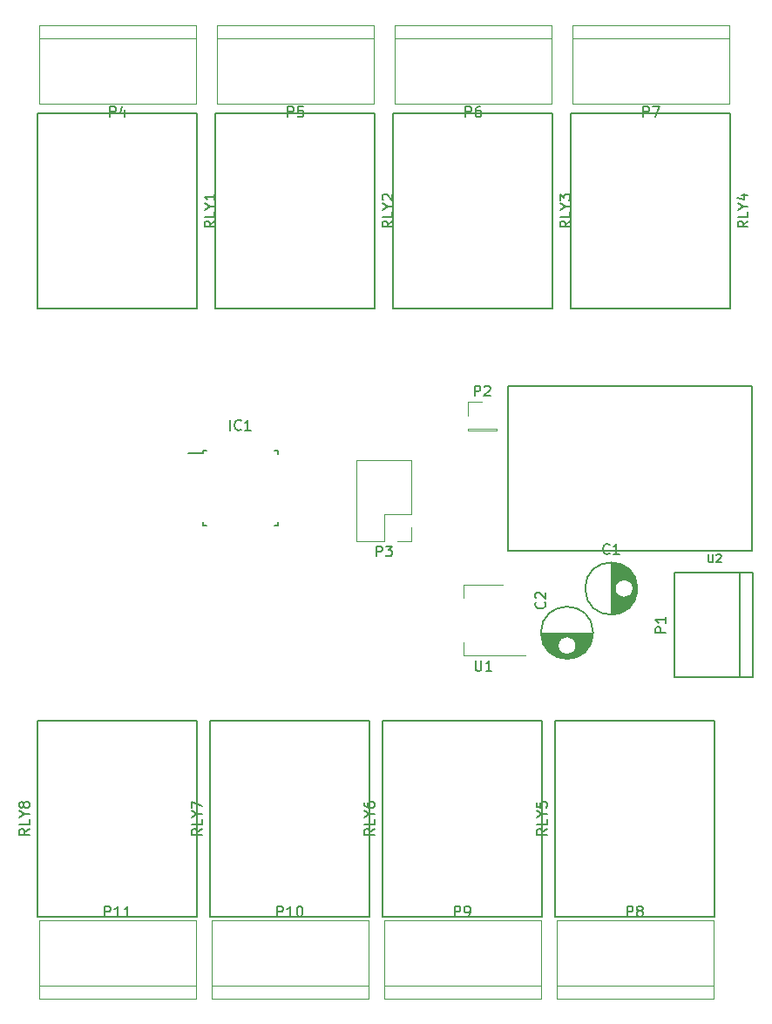
<source format=gto>
G04 #@! TF.FileFunction,Legend,Top*
%FSLAX45Y45*%
G04 Gerber Fmt 4.5, Leading zero omitted, Abs format (unit mm)*
G04 Created by KiCad (PCBNEW 4.0.5-e0-6337~49~ubuntu16.04.1) date Tue Jan 24 14:39:18 2017*
%MOMM*%
%LPD*%
G01*
G04 APERTURE LIST*
%ADD10C,0.100000*%
%ADD11C,0.150000*%
%ADD12C,0.120000*%
%ADD13C,0.160000*%
G04 APERTURE END LIST*
D10*
D11*
X14572700Y-9759400D02*
X14572700Y-9781900D01*
X15297700Y-9759400D02*
X15297700Y-9791900D01*
X15297700Y-10484400D02*
X15297700Y-10451900D01*
X14572700Y-10484400D02*
X14572700Y-10451900D01*
X14572700Y-9759400D02*
X14605200Y-9759400D01*
X14572700Y-10484400D02*
X14605200Y-10484400D01*
X15297700Y-10484400D02*
X15265200Y-10484400D01*
X15297700Y-9759400D02*
X15265200Y-9759400D01*
X14572700Y-9781900D02*
X14430200Y-9781900D01*
X19786600Y-10947400D02*
X19786600Y-11963400D01*
X19913600Y-10947400D02*
X19151600Y-10947400D01*
X19151600Y-10947400D02*
X19151600Y-11963400D01*
X19151600Y-11963400D02*
X19913600Y-11963400D01*
X19913600Y-11963400D02*
X19913600Y-10947400D01*
D12*
X17145700Y-9550400D02*
X17145700Y-9562400D01*
X17145700Y-9562400D02*
X17423700Y-9562400D01*
X17423700Y-9562400D02*
X17423700Y-9550400D01*
X17423700Y-9550400D02*
X17145700Y-9550400D01*
X17145700Y-9423400D02*
X17145700Y-9284400D01*
X17145700Y-9284400D02*
X17284700Y-9284400D01*
X16598200Y-10375900D02*
X16598200Y-9855900D01*
X16598200Y-9855900D02*
X16066200Y-9855900D01*
X16066200Y-9855900D02*
X16066200Y-10641900D01*
X16066200Y-10641900D02*
X16332200Y-10641900D01*
X16332200Y-10641900D02*
X16332200Y-10375900D01*
X16332200Y-10375900D02*
X16598200Y-10375900D01*
X16598200Y-10502900D02*
X16598200Y-10641900D01*
X16598200Y-10641900D02*
X16459200Y-10641900D01*
X17106400Y-11063600D02*
X17106400Y-11189600D01*
X17106400Y-11745600D02*
X17106400Y-11619600D01*
X17482400Y-11063600D02*
X17106400Y-11063600D01*
X17707400Y-11745600D02*
X17106400Y-11745600D01*
D11*
X19910700Y-9129900D02*
X19910700Y-10729900D01*
X17540700Y-9129900D02*
X19910700Y-9129900D01*
X17540700Y-10729900D02*
X17540700Y-9129900D01*
X19910700Y-10729900D02*
X17540700Y-10729900D01*
X18547500Y-10849900D02*
X18547500Y-11349700D01*
X18561500Y-10850700D02*
X18561500Y-11348900D01*
X18575500Y-10852300D02*
X18575500Y-11090300D01*
X18575500Y-11109300D02*
X18575500Y-11347300D01*
X18589500Y-10854700D02*
X18589500Y-11050800D01*
X18589500Y-11148800D02*
X18589500Y-11344900D01*
X18603500Y-10858000D02*
X18603500Y-11034100D01*
X18603500Y-11165500D02*
X18603500Y-11341600D01*
X18617500Y-10862100D02*
X18617500Y-11023400D01*
X18617500Y-11176200D02*
X18617500Y-11337500D01*
X18631500Y-10867100D02*
X18631500Y-11016300D01*
X18631500Y-11183300D02*
X18631500Y-11332500D01*
X18645500Y-10873200D02*
X18645500Y-11011900D01*
X18645500Y-11187700D02*
X18645500Y-11326400D01*
X18659500Y-10880200D02*
X18659500Y-11010000D01*
X18659500Y-11189600D02*
X18659500Y-11319400D01*
X18673500Y-10888400D02*
X18673500Y-11010200D01*
X18673500Y-11189400D02*
X18673500Y-11311200D01*
X18687500Y-10897900D02*
X18687500Y-11012700D01*
X18687500Y-11186900D02*
X18687500Y-11301700D01*
X18701500Y-10909000D02*
X18701500Y-11017500D01*
X18701500Y-11182100D02*
X18701500Y-11290600D01*
X18715500Y-10921800D02*
X18715500Y-11025300D01*
X18715500Y-11174300D02*
X18715500Y-11277800D01*
X18729500Y-10936700D02*
X18729500Y-11037000D01*
X18729500Y-11162600D02*
X18729500Y-11262900D01*
X18743500Y-10954600D02*
X18743500Y-11055800D01*
X18743500Y-11143800D02*
X18743500Y-11245000D01*
X18757500Y-10976500D02*
X18757500Y-11223100D01*
X18771500Y-11005400D02*
X18771500Y-11194200D01*
X18785500Y-11052600D02*
X18785500Y-11147000D01*
X18755000Y-11099800D02*
G75*
G03X18755000Y-11099800I-90000J0D01*
G01*
X18793750Y-11099800D02*
G75*
G03X18793750Y-11099800I-253750J0D01*
G01*
X18360100Y-11537100D02*
X17860300Y-11537100D01*
X18359300Y-11551100D02*
X17861100Y-11551100D01*
X18357700Y-11565100D02*
X18119700Y-11565100D01*
X18100700Y-11565100D02*
X17862700Y-11565100D01*
X18355300Y-11579100D02*
X18159200Y-11579100D01*
X18061200Y-11579100D02*
X17865100Y-11579100D01*
X18352000Y-11593100D02*
X18175900Y-11593100D01*
X18044500Y-11593100D02*
X17868400Y-11593100D01*
X18347900Y-11607100D02*
X18186600Y-11607100D01*
X18033800Y-11607100D02*
X17872500Y-11607100D01*
X18342900Y-11621100D02*
X18193700Y-11621100D01*
X18026700Y-11621100D02*
X17877500Y-11621100D01*
X18336800Y-11635100D02*
X18198100Y-11635100D01*
X18022300Y-11635100D02*
X17883600Y-11635100D01*
X18329800Y-11649100D02*
X18200000Y-11649100D01*
X18020400Y-11649100D02*
X17890600Y-11649100D01*
X18321600Y-11663100D02*
X18199800Y-11663100D01*
X18020600Y-11663100D02*
X17898800Y-11663100D01*
X18312100Y-11677100D02*
X18197300Y-11677100D01*
X18023100Y-11677100D02*
X17908300Y-11677100D01*
X18301000Y-11691100D02*
X18192500Y-11691100D01*
X18027900Y-11691100D02*
X17919400Y-11691100D01*
X18288200Y-11705100D02*
X18184700Y-11705100D01*
X18035700Y-11705100D02*
X17932200Y-11705100D01*
X18273300Y-11719100D02*
X18173000Y-11719100D01*
X18047400Y-11719100D02*
X17947100Y-11719100D01*
X18255400Y-11733100D02*
X18154200Y-11733100D01*
X18066200Y-11733100D02*
X17965000Y-11733100D01*
X18233500Y-11747100D02*
X17986900Y-11747100D01*
X18204600Y-11761100D02*
X18015800Y-11761100D01*
X18157400Y-11775100D02*
X18063000Y-11775100D01*
X18200200Y-11654600D02*
G75*
G03X18200200Y-11654600I-90000J0D01*
G01*
X18363950Y-11529600D02*
G75*
G03X18363950Y-11529600I-253750J0D01*
G01*
D12*
X14503400Y-5626100D02*
X14503400Y-6388100D01*
X12979400Y-5626100D02*
X12979400Y-6388100D01*
X14503400Y-5753100D02*
X12979400Y-5753100D01*
X14503400Y-6388100D02*
X12979400Y-6388100D01*
X14503400Y-5626100D02*
X12979400Y-5626100D01*
X16230600Y-5626100D02*
X14706600Y-5626100D01*
X16230600Y-6388100D02*
X14706600Y-6388100D01*
X16230600Y-5753100D02*
X14706600Y-5753100D01*
X14706600Y-5626100D02*
X14706600Y-6388100D01*
X16230600Y-5626100D02*
X16230600Y-6388100D01*
X17957800Y-5626100D02*
X17957800Y-6388100D01*
X16433800Y-5626100D02*
X16433800Y-6388100D01*
X17957800Y-5753100D02*
X16433800Y-5753100D01*
X17957800Y-6388100D02*
X16433800Y-6388100D01*
X17957800Y-5626100D02*
X16433800Y-5626100D01*
X19685000Y-5626100D02*
X18161000Y-5626100D01*
X19685000Y-6388100D02*
X18161000Y-6388100D01*
X19685000Y-5753100D02*
X18161000Y-5753100D01*
X18161000Y-5626100D02*
X18161000Y-6388100D01*
X19685000Y-5626100D02*
X19685000Y-6388100D01*
X18008600Y-15087600D02*
X19532600Y-15087600D01*
X18008600Y-14325600D02*
X19532600Y-14325600D01*
X18008600Y-14960600D02*
X19532600Y-14960600D01*
X19532600Y-15087600D02*
X19532600Y-14325600D01*
X18008600Y-15087600D02*
X18008600Y-14325600D01*
X16332200Y-15087600D02*
X16332200Y-14325600D01*
X17856200Y-15087600D02*
X17856200Y-14325600D01*
X16332200Y-14960600D02*
X17856200Y-14960600D01*
X16332200Y-14325600D02*
X17856200Y-14325600D01*
X16332200Y-15087600D02*
X17856200Y-15087600D01*
X14655800Y-15087600D02*
X16179800Y-15087600D01*
X14655800Y-14325600D02*
X16179800Y-14325600D01*
X14655800Y-14960600D02*
X16179800Y-14960600D01*
X16179800Y-15087600D02*
X16179800Y-14325600D01*
X14655800Y-15087600D02*
X14655800Y-14325600D01*
X12979400Y-15087600D02*
X12979400Y-14325600D01*
X14503400Y-15087600D02*
X14503400Y-14325600D01*
X12979400Y-14960600D02*
X14503400Y-14960600D01*
X12979400Y-14325600D02*
X14503400Y-14325600D01*
X12979400Y-15087600D02*
X14503400Y-15087600D01*
D11*
X14516400Y-8379500D02*
X12966400Y-8379500D01*
X14516400Y-6479500D02*
X14516400Y-8379500D01*
X12966400Y-6479500D02*
X14516400Y-6479500D01*
X12966400Y-8379500D02*
X12966400Y-6479500D01*
X14693600Y-8379500D02*
X14693600Y-6479500D01*
X14693600Y-6479500D02*
X16243600Y-6479500D01*
X16243600Y-6479500D02*
X16243600Y-8379500D01*
X16243600Y-8379500D02*
X14693600Y-8379500D01*
X17970800Y-8379500D02*
X16420800Y-8379500D01*
X17970800Y-6479500D02*
X17970800Y-8379500D01*
X16420800Y-6479500D02*
X17970800Y-6479500D01*
X16420800Y-8379500D02*
X16420800Y-6479500D01*
X18148000Y-8379500D02*
X18148000Y-6479500D01*
X18148000Y-6479500D02*
X19698000Y-6479500D01*
X19698000Y-6479500D02*
X19698000Y-8379500D01*
X19698000Y-8379500D02*
X18148000Y-8379500D01*
X17995600Y-12385000D02*
X19545600Y-12385000D01*
X17995600Y-14285000D02*
X17995600Y-12385000D01*
X19545600Y-14285000D02*
X17995600Y-14285000D01*
X19545600Y-12385000D02*
X19545600Y-14285000D01*
X17869200Y-12385000D02*
X17869200Y-14285000D01*
X17869200Y-14285000D02*
X16319200Y-14285000D01*
X16319200Y-14285000D02*
X16319200Y-12385000D01*
X16319200Y-12385000D02*
X17869200Y-12385000D01*
X14642800Y-12385000D02*
X16192800Y-12385000D01*
X14642800Y-14285000D02*
X14642800Y-12385000D01*
X16192800Y-14285000D02*
X14642800Y-14285000D01*
X16192800Y-12385000D02*
X16192800Y-14285000D01*
X14516400Y-12385000D02*
X14516400Y-14285000D01*
X14516400Y-14285000D02*
X12966400Y-14285000D01*
X12966400Y-14285000D02*
X12966400Y-12385000D01*
X12966400Y-12385000D02*
X14516400Y-12385000D01*
X14837581Y-9562138D02*
X14837581Y-9462138D01*
X14942343Y-9552614D02*
X14937581Y-9557376D01*
X14923295Y-9562138D01*
X14913771Y-9562138D01*
X14899486Y-9557376D01*
X14889962Y-9547852D01*
X14885200Y-9538329D01*
X14880438Y-9519281D01*
X14880438Y-9504995D01*
X14885200Y-9485948D01*
X14889962Y-9476424D01*
X14899486Y-9466900D01*
X14913771Y-9462138D01*
X14923295Y-9462138D01*
X14937581Y-9466900D01*
X14942343Y-9471662D01*
X15037581Y-9562138D02*
X14980438Y-9562138D01*
X15009009Y-9562138D02*
X15009009Y-9462138D01*
X14999486Y-9476424D01*
X14989962Y-9485948D01*
X14980438Y-9490710D01*
X19069838Y-11529209D02*
X18969838Y-11529209D01*
X18969838Y-11491114D01*
X18974600Y-11481590D01*
X18979362Y-11476828D01*
X18988886Y-11472067D01*
X19003171Y-11472067D01*
X19012695Y-11476828D01*
X19017457Y-11481590D01*
X19022219Y-11491114D01*
X19022219Y-11529209D01*
X19069838Y-11376828D02*
X19069838Y-11433971D01*
X19069838Y-11405400D02*
X18969838Y-11405400D01*
X18984124Y-11414924D01*
X18993648Y-11424448D01*
X18998410Y-11433971D01*
X17210891Y-9229638D02*
X17210891Y-9129638D01*
X17248986Y-9129638D01*
X17258510Y-9134400D01*
X17263272Y-9139162D01*
X17268033Y-9148686D01*
X17268033Y-9162971D01*
X17263272Y-9172495D01*
X17258510Y-9177257D01*
X17248986Y-9182019D01*
X17210891Y-9182019D01*
X17306129Y-9139162D02*
X17310891Y-9134400D01*
X17320414Y-9129638D01*
X17344224Y-9129638D01*
X17353748Y-9134400D01*
X17358510Y-9139162D01*
X17363272Y-9148686D01*
X17363272Y-9158210D01*
X17358510Y-9172495D01*
X17301367Y-9229638D01*
X17363272Y-9229638D01*
X16258390Y-10787138D02*
X16258390Y-10687138D01*
X16296486Y-10687138D01*
X16306010Y-10691900D01*
X16310771Y-10696662D01*
X16315533Y-10706186D01*
X16315533Y-10720471D01*
X16310771Y-10729995D01*
X16306010Y-10734757D01*
X16296486Y-10739519D01*
X16258390Y-10739519D01*
X16348867Y-10687138D02*
X16410771Y-10687138D01*
X16377438Y-10725233D01*
X16391724Y-10725233D01*
X16401248Y-10729995D01*
X16406010Y-10734757D01*
X16410771Y-10744281D01*
X16410771Y-10768091D01*
X16406010Y-10777614D01*
X16401248Y-10782376D01*
X16391724Y-10787138D01*
X16363152Y-10787138D01*
X16353629Y-10782376D01*
X16348867Y-10777614D01*
X17221210Y-11799838D02*
X17221210Y-11880790D01*
X17225971Y-11890314D01*
X17230733Y-11895076D01*
X17240257Y-11899838D01*
X17259305Y-11899838D01*
X17268829Y-11895076D01*
X17273591Y-11890314D01*
X17278352Y-11880790D01*
X17278352Y-11799838D01*
X17378352Y-11899838D02*
X17321210Y-11899838D01*
X17349781Y-11899838D02*
X17349781Y-11799838D01*
X17340257Y-11814124D01*
X17330733Y-11823648D01*
X17321210Y-11828409D01*
D13*
X19484348Y-10763891D02*
X19484348Y-10828652D01*
X19488157Y-10836271D01*
X19491967Y-10840081D01*
X19499586Y-10843891D01*
X19514824Y-10843891D01*
X19522443Y-10840081D01*
X19526252Y-10836271D01*
X19530062Y-10828652D01*
X19530062Y-10763891D01*
X19564348Y-10771510D02*
X19568157Y-10767700D01*
X19575776Y-10763891D01*
X19594824Y-10763891D01*
X19602443Y-10767700D01*
X19606252Y-10771510D01*
X19610062Y-10779129D01*
X19610062Y-10786748D01*
X19606252Y-10798176D01*
X19560538Y-10843891D01*
X19610062Y-10843891D01*
D11*
X18523333Y-10755514D02*
X18518572Y-10760276D01*
X18504286Y-10765038D01*
X18494762Y-10765038D01*
X18480476Y-10760276D01*
X18470952Y-10750752D01*
X18466191Y-10741229D01*
X18461429Y-10722181D01*
X18461429Y-10707895D01*
X18466191Y-10688848D01*
X18470952Y-10679324D01*
X18480476Y-10669800D01*
X18494762Y-10665038D01*
X18504286Y-10665038D01*
X18518572Y-10669800D01*
X18523333Y-10674562D01*
X18618572Y-10765038D02*
X18561429Y-10765038D01*
X18590000Y-10765038D02*
X18590000Y-10665038D01*
X18580476Y-10679324D01*
X18570952Y-10688848D01*
X18561429Y-10693610D01*
X17891914Y-11230767D02*
X17896676Y-11235528D01*
X17901438Y-11249814D01*
X17901438Y-11259338D01*
X17896676Y-11273624D01*
X17887152Y-11283148D01*
X17877629Y-11287909D01*
X17858581Y-11292671D01*
X17844295Y-11292671D01*
X17825248Y-11287909D01*
X17815724Y-11283148D01*
X17806200Y-11273624D01*
X17801438Y-11259338D01*
X17801438Y-11249814D01*
X17806200Y-11235528D01*
X17810962Y-11230767D01*
X17810962Y-11192671D02*
X17806200Y-11187909D01*
X17801438Y-11178386D01*
X17801438Y-11154576D01*
X17806200Y-11145052D01*
X17810962Y-11140290D01*
X17820486Y-11135529D01*
X17830010Y-11135529D01*
X17844295Y-11140290D01*
X17901438Y-11197433D01*
X17901438Y-11135529D01*
X13670590Y-6517338D02*
X13670590Y-6417338D01*
X13708686Y-6417338D01*
X13718210Y-6422100D01*
X13722971Y-6426862D01*
X13727733Y-6436386D01*
X13727733Y-6450671D01*
X13722971Y-6460195D01*
X13718210Y-6464957D01*
X13708686Y-6469719D01*
X13670590Y-6469719D01*
X13813448Y-6450671D02*
X13813448Y-6517338D01*
X13789638Y-6412576D02*
X13765829Y-6484005D01*
X13827733Y-6484005D01*
X15397790Y-6517338D02*
X15397790Y-6417338D01*
X15435886Y-6417338D01*
X15445410Y-6422100D01*
X15450171Y-6426862D01*
X15454933Y-6436386D01*
X15454933Y-6450671D01*
X15450171Y-6460195D01*
X15445410Y-6464957D01*
X15435886Y-6469719D01*
X15397790Y-6469719D01*
X15545410Y-6417338D02*
X15497790Y-6417338D01*
X15493029Y-6464957D01*
X15497790Y-6460195D01*
X15507314Y-6455433D01*
X15531124Y-6455433D01*
X15540648Y-6460195D01*
X15545410Y-6464957D01*
X15550171Y-6474481D01*
X15550171Y-6498290D01*
X15545410Y-6507814D01*
X15540648Y-6512576D01*
X15531124Y-6517338D01*
X15507314Y-6517338D01*
X15497790Y-6512576D01*
X15493029Y-6507814D01*
X17124991Y-6517338D02*
X17124991Y-6417338D01*
X17163086Y-6417338D01*
X17172610Y-6422100D01*
X17177372Y-6426862D01*
X17182133Y-6436386D01*
X17182133Y-6450671D01*
X17177372Y-6460195D01*
X17172610Y-6464957D01*
X17163086Y-6469719D01*
X17124991Y-6469719D01*
X17267848Y-6417338D02*
X17248800Y-6417338D01*
X17239276Y-6422100D01*
X17234514Y-6426862D01*
X17224991Y-6441148D01*
X17220229Y-6460195D01*
X17220229Y-6498290D01*
X17224991Y-6507814D01*
X17229752Y-6512576D01*
X17239276Y-6517338D01*
X17258324Y-6517338D01*
X17267848Y-6512576D01*
X17272610Y-6507814D01*
X17277372Y-6498290D01*
X17277372Y-6474481D01*
X17272610Y-6464957D01*
X17267848Y-6460195D01*
X17258324Y-6455433D01*
X17239276Y-6455433D01*
X17229752Y-6460195D01*
X17224991Y-6464957D01*
X17220229Y-6474481D01*
X18852191Y-6517338D02*
X18852191Y-6417338D01*
X18890286Y-6417338D01*
X18899810Y-6422100D01*
X18904572Y-6426862D01*
X18909333Y-6436386D01*
X18909333Y-6450671D01*
X18904572Y-6460195D01*
X18899810Y-6464957D01*
X18890286Y-6469719D01*
X18852191Y-6469719D01*
X18942667Y-6417338D02*
X19009333Y-6417338D01*
X18966476Y-6517338D01*
X18693791Y-14286838D02*
X18693791Y-14186838D01*
X18731886Y-14186838D01*
X18741410Y-14191600D01*
X18746172Y-14196362D01*
X18750933Y-14205886D01*
X18750933Y-14220171D01*
X18746172Y-14229695D01*
X18741410Y-14234457D01*
X18731886Y-14239219D01*
X18693791Y-14239219D01*
X18808076Y-14229695D02*
X18798552Y-14224933D01*
X18793791Y-14220171D01*
X18789029Y-14210648D01*
X18789029Y-14205886D01*
X18793791Y-14196362D01*
X18798552Y-14191600D01*
X18808076Y-14186838D01*
X18827124Y-14186838D01*
X18836648Y-14191600D01*
X18841410Y-14196362D01*
X18846172Y-14205886D01*
X18846172Y-14210648D01*
X18841410Y-14220171D01*
X18836648Y-14224933D01*
X18827124Y-14229695D01*
X18808076Y-14229695D01*
X18798552Y-14234457D01*
X18793791Y-14239219D01*
X18789029Y-14248743D01*
X18789029Y-14267790D01*
X18793791Y-14277314D01*
X18798552Y-14282076D01*
X18808076Y-14286838D01*
X18827124Y-14286838D01*
X18836648Y-14282076D01*
X18841410Y-14277314D01*
X18846172Y-14267790D01*
X18846172Y-14248743D01*
X18841410Y-14239219D01*
X18836648Y-14234457D01*
X18827124Y-14229695D01*
X17017391Y-14286838D02*
X17017391Y-14186838D01*
X17055486Y-14186838D01*
X17065010Y-14191600D01*
X17069772Y-14196362D01*
X17074533Y-14205886D01*
X17074533Y-14220171D01*
X17069772Y-14229695D01*
X17065010Y-14234457D01*
X17055486Y-14239219D01*
X17017391Y-14239219D01*
X17122152Y-14286838D02*
X17141200Y-14286838D01*
X17150724Y-14282076D01*
X17155486Y-14277314D01*
X17165010Y-14263029D01*
X17169772Y-14243981D01*
X17169772Y-14205886D01*
X17165010Y-14196362D01*
X17160248Y-14191600D01*
X17150724Y-14186838D01*
X17131676Y-14186838D01*
X17122152Y-14191600D01*
X17117391Y-14196362D01*
X17112629Y-14205886D01*
X17112629Y-14229695D01*
X17117391Y-14239219D01*
X17122152Y-14243981D01*
X17131676Y-14248743D01*
X17150724Y-14248743D01*
X17160248Y-14243981D01*
X17165010Y-14239219D01*
X17169772Y-14229695D01*
X15293371Y-14286838D02*
X15293371Y-14186838D01*
X15331467Y-14186838D01*
X15340990Y-14191600D01*
X15345752Y-14196362D01*
X15350514Y-14205886D01*
X15350514Y-14220171D01*
X15345752Y-14229695D01*
X15340990Y-14234457D01*
X15331467Y-14239219D01*
X15293371Y-14239219D01*
X15445752Y-14286838D02*
X15388609Y-14286838D01*
X15417181Y-14286838D02*
X15417181Y-14186838D01*
X15407657Y-14201124D01*
X15398133Y-14210648D01*
X15388609Y-14215409D01*
X15507657Y-14186838D02*
X15517181Y-14186838D01*
X15526705Y-14191600D01*
X15531467Y-14196362D01*
X15536229Y-14205886D01*
X15540990Y-14224933D01*
X15540990Y-14248743D01*
X15536229Y-14267790D01*
X15531467Y-14277314D01*
X15526705Y-14282076D01*
X15517181Y-14286838D01*
X15507657Y-14286838D01*
X15498133Y-14282076D01*
X15493371Y-14277314D01*
X15488609Y-14267790D01*
X15483848Y-14248743D01*
X15483848Y-14224933D01*
X15488609Y-14205886D01*
X15493371Y-14196362D01*
X15498133Y-14191600D01*
X15507657Y-14186838D01*
X13616971Y-14286838D02*
X13616971Y-14186838D01*
X13655067Y-14186838D01*
X13664590Y-14191600D01*
X13669352Y-14196362D01*
X13674114Y-14205886D01*
X13674114Y-14220171D01*
X13669352Y-14229695D01*
X13664590Y-14234457D01*
X13655067Y-14239219D01*
X13616971Y-14239219D01*
X13769352Y-14286838D02*
X13712209Y-14286838D01*
X13740781Y-14286838D02*
X13740781Y-14186838D01*
X13731257Y-14201124D01*
X13721733Y-14210648D01*
X13712209Y-14215409D01*
X13864590Y-14286838D02*
X13807448Y-14286838D01*
X13836019Y-14286838D02*
X13836019Y-14186838D01*
X13826495Y-14201124D01*
X13816971Y-14210648D01*
X13807448Y-14215409D01*
X14686638Y-7529500D02*
X14639019Y-7562833D01*
X14686638Y-7586643D02*
X14586638Y-7586643D01*
X14586638Y-7548548D01*
X14591400Y-7539024D01*
X14596162Y-7534262D01*
X14605686Y-7529500D01*
X14619971Y-7529500D01*
X14629495Y-7534262D01*
X14634257Y-7539024D01*
X14639019Y-7548548D01*
X14639019Y-7586643D01*
X14686638Y-7439024D02*
X14686638Y-7486643D01*
X14586638Y-7486643D01*
X14639019Y-7386643D02*
X14686638Y-7386643D01*
X14586638Y-7419976D02*
X14639019Y-7386643D01*
X14586638Y-7353309D01*
X14686638Y-7267595D02*
X14686638Y-7324738D01*
X14686638Y-7296167D02*
X14586638Y-7296167D01*
X14600924Y-7305690D01*
X14610448Y-7315214D01*
X14615209Y-7324738D01*
X16413838Y-7529500D02*
X16366219Y-7562833D01*
X16413838Y-7586643D02*
X16313838Y-7586643D01*
X16313838Y-7548548D01*
X16318600Y-7539024D01*
X16323362Y-7534262D01*
X16332886Y-7529500D01*
X16347171Y-7529500D01*
X16356695Y-7534262D01*
X16361457Y-7539024D01*
X16366219Y-7548548D01*
X16366219Y-7586643D01*
X16413838Y-7439024D02*
X16413838Y-7486643D01*
X16313838Y-7486643D01*
X16366219Y-7386643D02*
X16413838Y-7386643D01*
X16313838Y-7419976D02*
X16366219Y-7386643D01*
X16313838Y-7353309D01*
X16323362Y-7324738D02*
X16318600Y-7319976D01*
X16313838Y-7310452D01*
X16313838Y-7286643D01*
X16318600Y-7277119D01*
X16323362Y-7272357D01*
X16332886Y-7267595D01*
X16342409Y-7267595D01*
X16356695Y-7272357D01*
X16413838Y-7329500D01*
X16413838Y-7267595D01*
X18141038Y-7529500D02*
X18093419Y-7562833D01*
X18141038Y-7586643D02*
X18041038Y-7586643D01*
X18041038Y-7548548D01*
X18045800Y-7539024D01*
X18050562Y-7534262D01*
X18060086Y-7529500D01*
X18074371Y-7529500D01*
X18083895Y-7534262D01*
X18088657Y-7539024D01*
X18093419Y-7548548D01*
X18093419Y-7586643D01*
X18141038Y-7439024D02*
X18141038Y-7486643D01*
X18041038Y-7486643D01*
X18093419Y-7386643D02*
X18141038Y-7386643D01*
X18041038Y-7419976D02*
X18093419Y-7386643D01*
X18041038Y-7353309D01*
X18041038Y-7329500D02*
X18041038Y-7267595D01*
X18079133Y-7300929D01*
X18079133Y-7286643D01*
X18083895Y-7277119D01*
X18088657Y-7272357D01*
X18098181Y-7267595D01*
X18121991Y-7267595D01*
X18131514Y-7272357D01*
X18136276Y-7277119D01*
X18141038Y-7286643D01*
X18141038Y-7315214D01*
X18136276Y-7324738D01*
X18131514Y-7329500D01*
X19868238Y-7529500D02*
X19820619Y-7562833D01*
X19868238Y-7586643D02*
X19768238Y-7586643D01*
X19768238Y-7548548D01*
X19773000Y-7539024D01*
X19777762Y-7534262D01*
X19787286Y-7529500D01*
X19801571Y-7529500D01*
X19811095Y-7534262D01*
X19815857Y-7539024D01*
X19820619Y-7548548D01*
X19820619Y-7586643D01*
X19868238Y-7439024D02*
X19868238Y-7486643D01*
X19768238Y-7486643D01*
X19820619Y-7386643D02*
X19868238Y-7386643D01*
X19768238Y-7419976D02*
X19820619Y-7386643D01*
X19768238Y-7353309D01*
X19801571Y-7277119D02*
X19868238Y-7277119D01*
X19763476Y-7300929D02*
X19834905Y-7324738D01*
X19834905Y-7262833D01*
X17915838Y-13435000D02*
X17868219Y-13468333D01*
X17915838Y-13492143D02*
X17815838Y-13492143D01*
X17815838Y-13454048D01*
X17820600Y-13444524D01*
X17825362Y-13439762D01*
X17834886Y-13435000D01*
X17849171Y-13435000D01*
X17858695Y-13439762D01*
X17863457Y-13444524D01*
X17868219Y-13454048D01*
X17868219Y-13492143D01*
X17915838Y-13344524D02*
X17915838Y-13392143D01*
X17815838Y-13392143D01*
X17868219Y-13292143D02*
X17915838Y-13292143D01*
X17815838Y-13325476D02*
X17868219Y-13292143D01*
X17815838Y-13258809D01*
X17815838Y-13177857D02*
X17815838Y-13225476D01*
X17863457Y-13230238D01*
X17858695Y-13225476D01*
X17853933Y-13215952D01*
X17853933Y-13192143D01*
X17858695Y-13182619D01*
X17863457Y-13177857D01*
X17872981Y-13173095D01*
X17896791Y-13173095D01*
X17906314Y-13177857D01*
X17911076Y-13182619D01*
X17915838Y-13192143D01*
X17915838Y-13215952D01*
X17911076Y-13225476D01*
X17906314Y-13230238D01*
X16239438Y-13435000D02*
X16191819Y-13468333D01*
X16239438Y-13492143D02*
X16139438Y-13492143D01*
X16139438Y-13454048D01*
X16144200Y-13444524D01*
X16148962Y-13439762D01*
X16158486Y-13435000D01*
X16172771Y-13435000D01*
X16182295Y-13439762D01*
X16187057Y-13444524D01*
X16191819Y-13454048D01*
X16191819Y-13492143D01*
X16239438Y-13344524D02*
X16239438Y-13392143D01*
X16139438Y-13392143D01*
X16191819Y-13292143D02*
X16239438Y-13292143D01*
X16139438Y-13325476D02*
X16191819Y-13292143D01*
X16139438Y-13258809D01*
X16139438Y-13182619D02*
X16139438Y-13201667D01*
X16144200Y-13211190D01*
X16148962Y-13215952D01*
X16163248Y-13225476D01*
X16182295Y-13230238D01*
X16220390Y-13230238D01*
X16229914Y-13225476D01*
X16234676Y-13220714D01*
X16239438Y-13211190D01*
X16239438Y-13192143D01*
X16234676Y-13182619D01*
X16229914Y-13177857D01*
X16220390Y-13173095D01*
X16196581Y-13173095D01*
X16187057Y-13177857D01*
X16182295Y-13182619D01*
X16177533Y-13192143D01*
X16177533Y-13211190D01*
X16182295Y-13220714D01*
X16187057Y-13225476D01*
X16196581Y-13230238D01*
X14563038Y-13435000D02*
X14515419Y-13468333D01*
X14563038Y-13492143D02*
X14463038Y-13492143D01*
X14463038Y-13454048D01*
X14467800Y-13444524D01*
X14472562Y-13439762D01*
X14482086Y-13435000D01*
X14496371Y-13435000D01*
X14505895Y-13439762D01*
X14510657Y-13444524D01*
X14515419Y-13454048D01*
X14515419Y-13492143D01*
X14563038Y-13344524D02*
X14563038Y-13392143D01*
X14463038Y-13392143D01*
X14515419Y-13292143D02*
X14563038Y-13292143D01*
X14463038Y-13325476D02*
X14515419Y-13292143D01*
X14463038Y-13258809D01*
X14463038Y-13235000D02*
X14463038Y-13168333D01*
X14563038Y-13211190D01*
X12886638Y-13435000D02*
X12839019Y-13468333D01*
X12886638Y-13492143D02*
X12786638Y-13492143D01*
X12786638Y-13454048D01*
X12791400Y-13444524D01*
X12796162Y-13439762D01*
X12805686Y-13435000D01*
X12819971Y-13435000D01*
X12829495Y-13439762D01*
X12834257Y-13444524D01*
X12839019Y-13454048D01*
X12839019Y-13492143D01*
X12886638Y-13344524D02*
X12886638Y-13392143D01*
X12786638Y-13392143D01*
X12839019Y-13292143D02*
X12886638Y-13292143D01*
X12786638Y-13325476D02*
X12839019Y-13292143D01*
X12786638Y-13258809D01*
X12829495Y-13211190D02*
X12824733Y-13220714D01*
X12819971Y-13225476D01*
X12810448Y-13230238D01*
X12805686Y-13230238D01*
X12796162Y-13225476D01*
X12791400Y-13220714D01*
X12786638Y-13211190D01*
X12786638Y-13192143D01*
X12791400Y-13182619D01*
X12796162Y-13177857D01*
X12805686Y-13173095D01*
X12810448Y-13173095D01*
X12819971Y-13177857D01*
X12824733Y-13182619D01*
X12829495Y-13192143D01*
X12829495Y-13211190D01*
X12834257Y-13220714D01*
X12839019Y-13225476D01*
X12848543Y-13230238D01*
X12867590Y-13230238D01*
X12877114Y-13225476D01*
X12881876Y-13220714D01*
X12886638Y-13211190D01*
X12886638Y-13192143D01*
X12881876Y-13182619D01*
X12877114Y-13177857D01*
X12867590Y-13173095D01*
X12848543Y-13173095D01*
X12839019Y-13177857D01*
X12834257Y-13182619D01*
X12829495Y-13192143D01*
M02*

</source>
